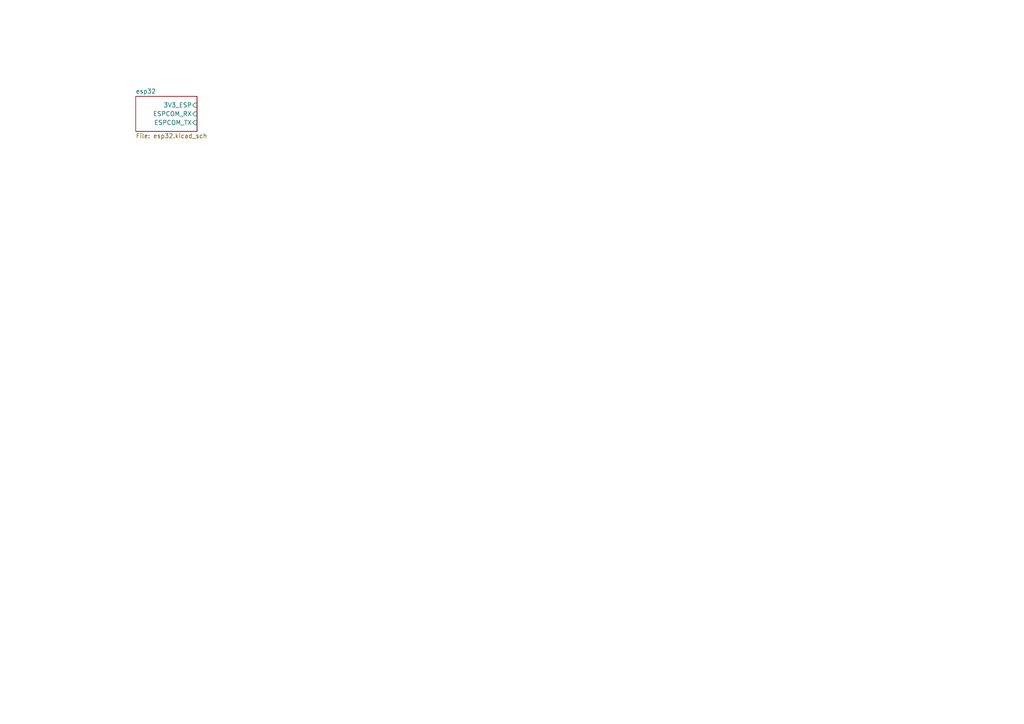
<source format=kicad_sch>
(kicad_sch (version 20211123) (generator eeschema)
  (paper "A4")
  (lib_symbols)
  (sheet (at 39.37 27.94) (size 17.78 10.16) (stroke (width 0.1524))
    (property "Sheet name" "esp32" (at 39.37 27.2284 0) (effects (justify left bottom)))
    (property "Sheet file" "esp32.kicad_sch" (at 39.37 38.6846 0) (effects (justify left top)))
    (pin "3V3_ESP" input (at 57.15 30.48 0))
    (pin "ESPCOM_RX" input (at 57.15 33.02 0))
    (pin "ESPCOM_TX" input (at 57.15 35.56 0))
  )
)
</source>
